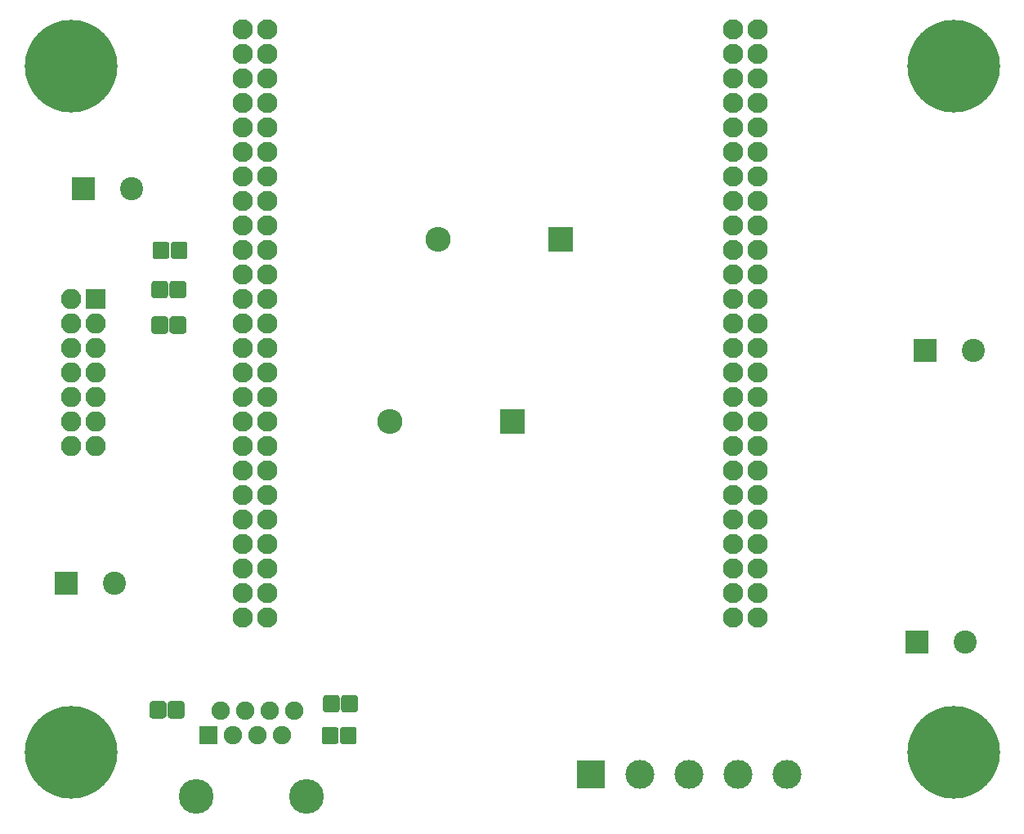
<source format=gbs>
G04 #@! TF.GenerationSoftware,KiCad,Pcbnew,5.0.0-fee4fd1~65~ubuntu17.10.1*
G04 #@! TF.CreationDate,2019-04-27T11:03:51-05:00*
G04 #@! TF.ProjectId,control_v1,636F6E74726F6C5F76312E6B69636164,1*
G04 #@! TF.SameCoordinates,Original*
G04 #@! TF.FileFunction,Soldermask,Bot*
G04 #@! TF.FilePolarity,Negative*
%FSLAX46Y46*%
G04 Gerber Fmt 4.6, Leading zero omitted, Abs format (unit mm)*
G04 Created by KiCad (PCBNEW 5.0.0-fee4fd1~65~ubuntu17.10.1) date Sat Apr 27 11:03:51 2019*
%MOMM*%
%LPD*%
G01*
G04 APERTURE LIST*
%ADD10C,0.100000*%
%ADD11C,1.725000*%
%ADD12C,2.400000*%
%ADD13R,2.400000X2.400000*%
%ADD14C,2.100000*%
%ADD15O,2.600000X2.600000*%
%ADD16R,2.600000X2.600000*%
%ADD17O,2.100000X2.100000*%
%ADD18R,2.100000X2.100000*%
%ADD19C,3.000000*%
%ADD20R,3.000000X3.000000*%
%ADD21C,1.900000*%
%ADD22R,1.900000X1.900000*%
%ADD23C,3.600000*%
%ADD24C,9.600000*%
G04 APERTURE END LIST*
D10*
G04 #@! TO.C,R20*
G36*
X141744431Y-134483567D02*
X141776025Y-134488254D01*
X141807008Y-134496015D01*
X141837081Y-134506775D01*
X141865955Y-134520431D01*
X141893351Y-134536852D01*
X141919006Y-134555879D01*
X141942672Y-134577328D01*
X141964121Y-134600994D01*
X141983148Y-134626649D01*
X141999569Y-134654045D01*
X142013225Y-134682919D01*
X142023985Y-134712992D01*
X142031746Y-134743975D01*
X142036433Y-134775569D01*
X142038000Y-134807471D01*
X142038000Y-135956529D01*
X142036433Y-135988431D01*
X142031746Y-136020025D01*
X142023985Y-136051008D01*
X142013225Y-136081081D01*
X141999569Y-136109955D01*
X141983148Y-136137351D01*
X141964121Y-136163006D01*
X141942672Y-136186672D01*
X141919006Y-136208121D01*
X141893351Y-136227148D01*
X141865955Y-136243569D01*
X141837081Y-136257225D01*
X141807008Y-136267985D01*
X141776025Y-136275746D01*
X141744431Y-136280433D01*
X141712529Y-136282000D01*
X140638471Y-136282000D01*
X140606569Y-136280433D01*
X140574975Y-136275746D01*
X140543992Y-136267985D01*
X140513919Y-136257225D01*
X140485045Y-136243569D01*
X140457649Y-136227148D01*
X140431994Y-136208121D01*
X140408328Y-136186672D01*
X140386879Y-136163006D01*
X140367852Y-136137351D01*
X140351431Y-136109955D01*
X140337775Y-136081081D01*
X140327015Y-136051008D01*
X140319254Y-136020025D01*
X140314567Y-135988431D01*
X140313000Y-135956529D01*
X140313000Y-134807471D01*
X140314567Y-134775569D01*
X140319254Y-134743975D01*
X140327015Y-134712992D01*
X140337775Y-134682919D01*
X140351431Y-134654045D01*
X140367852Y-134626649D01*
X140386879Y-134600994D01*
X140408328Y-134577328D01*
X140431994Y-134555879D01*
X140457649Y-134536852D01*
X140485045Y-134520431D01*
X140513919Y-134506775D01*
X140543992Y-134496015D01*
X140574975Y-134488254D01*
X140606569Y-134483567D01*
X140638471Y-134482000D01*
X141712529Y-134482000D01*
X141744431Y-134483567D01*
X141744431Y-134483567D01*
G37*
D11*
X141175500Y-135382000D03*
D10*
G36*
X143619431Y-134483567D02*
X143651025Y-134488254D01*
X143682008Y-134496015D01*
X143712081Y-134506775D01*
X143740955Y-134520431D01*
X143768351Y-134536852D01*
X143794006Y-134555879D01*
X143817672Y-134577328D01*
X143839121Y-134600994D01*
X143858148Y-134626649D01*
X143874569Y-134654045D01*
X143888225Y-134682919D01*
X143898985Y-134712992D01*
X143906746Y-134743975D01*
X143911433Y-134775569D01*
X143913000Y-134807471D01*
X143913000Y-135956529D01*
X143911433Y-135988431D01*
X143906746Y-136020025D01*
X143898985Y-136051008D01*
X143888225Y-136081081D01*
X143874569Y-136109955D01*
X143858148Y-136137351D01*
X143839121Y-136163006D01*
X143817672Y-136186672D01*
X143794006Y-136208121D01*
X143768351Y-136227148D01*
X143740955Y-136243569D01*
X143712081Y-136257225D01*
X143682008Y-136267985D01*
X143651025Y-136275746D01*
X143619431Y-136280433D01*
X143587529Y-136282000D01*
X142513471Y-136282000D01*
X142481569Y-136280433D01*
X142449975Y-136275746D01*
X142418992Y-136267985D01*
X142388919Y-136257225D01*
X142360045Y-136243569D01*
X142332649Y-136227148D01*
X142306994Y-136208121D01*
X142283328Y-136186672D01*
X142261879Y-136163006D01*
X142242852Y-136137351D01*
X142226431Y-136109955D01*
X142212775Y-136081081D01*
X142202015Y-136051008D01*
X142194254Y-136020025D01*
X142189567Y-135988431D01*
X142188000Y-135956529D01*
X142188000Y-134807471D01*
X142189567Y-134775569D01*
X142194254Y-134743975D01*
X142202015Y-134712992D01*
X142212775Y-134682919D01*
X142226431Y-134654045D01*
X142242852Y-134626649D01*
X142261879Y-134600994D01*
X142283328Y-134577328D01*
X142306994Y-134555879D01*
X142332649Y-134536852D01*
X142360045Y-134520431D01*
X142388919Y-134506775D01*
X142418992Y-134496015D01*
X142449975Y-134488254D01*
X142481569Y-134483567D01*
X142513471Y-134482000D01*
X143587529Y-134482000D01*
X143619431Y-134483567D01*
X143619431Y-134483567D01*
G37*
D11*
X143050500Y-135382000D03*
G04 #@! TD*
D10*
G04 #@! TO.C,R21*
G36*
X141871431Y-131181567D02*
X141903025Y-131186254D01*
X141934008Y-131194015D01*
X141964081Y-131204775D01*
X141992955Y-131218431D01*
X142020351Y-131234852D01*
X142046006Y-131253879D01*
X142069672Y-131275328D01*
X142091121Y-131298994D01*
X142110148Y-131324649D01*
X142126569Y-131352045D01*
X142140225Y-131380919D01*
X142150985Y-131410992D01*
X142158746Y-131441975D01*
X142163433Y-131473569D01*
X142165000Y-131505471D01*
X142165000Y-132654529D01*
X142163433Y-132686431D01*
X142158746Y-132718025D01*
X142150985Y-132749008D01*
X142140225Y-132779081D01*
X142126569Y-132807955D01*
X142110148Y-132835351D01*
X142091121Y-132861006D01*
X142069672Y-132884672D01*
X142046006Y-132906121D01*
X142020351Y-132925148D01*
X141992955Y-132941569D01*
X141964081Y-132955225D01*
X141934008Y-132965985D01*
X141903025Y-132973746D01*
X141871431Y-132978433D01*
X141839529Y-132980000D01*
X140765471Y-132980000D01*
X140733569Y-132978433D01*
X140701975Y-132973746D01*
X140670992Y-132965985D01*
X140640919Y-132955225D01*
X140612045Y-132941569D01*
X140584649Y-132925148D01*
X140558994Y-132906121D01*
X140535328Y-132884672D01*
X140513879Y-132861006D01*
X140494852Y-132835351D01*
X140478431Y-132807955D01*
X140464775Y-132779081D01*
X140454015Y-132749008D01*
X140446254Y-132718025D01*
X140441567Y-132686431D01*
X140440000Y-132654529D01*
X140440000Y-131505471D01*
X140441567Y-131473569D01*
X140446254Y-131441975D01*
X140454015Y-131410992D01*
X140464775Y-131380919D01*
X140478431Y-131352045D01*
X140494852Y-131324649D01*
X140513879Y-131298994D01*
X140535328Y-131275328D01*
X140558994Y-131253879D01*
X140584649Y-131234852D01*
X140612045Y-131218431D01*
X140640919Y-131204775D01*
X140670992Y-131194015D01*
X140701975Y-131186254D01*
X140733569Y-131181567D01*
X140765471Y-131180000D01*
X141839529Y-131180000D01*
X141871431Y-131181567D01*
X141871431Y-131181567D01*
G37*
D11*
X141302500Y-132080000D03*
D10*
G36*
X143746431Y-131181567D02*
X143778025Y-131186254D01*
X143809008Y-131194015D01*
X143839081Y-131204775D01*
X143867955Y-131218431D01*
X143895351Y-131234852D01*
X143921006Y-131253879D01*
X143944672Y-131275328D01*
X143966121Y-131298994D01*
X143985148Y-131324649D01*
X144001569Y-131352045D01*
X144015225Y-131380919D01*
X144025985Y-131410992D01*
X144033746Y-131441975D01*
X144038433Y-131473569D01*
X144040000Y-131505471D01*
X144040000Y-132654529D01*
X144038433Y-132686431D01*
X144033746Y-132718025D01*
X144025985Y-132749008D01*
X144015225Y-132779081D01*
X144001569Y-132807955D01*
X143985148Y-132835351D01*
X143966121Y-132861006D01*
X143944672Y-132884672D01*
X143921006Y-132906121D01*
X143895351Y-132925148D01*
X143867955Y-132941569D01*
X143839081Y-132955225D01*
X143809008Y-132965985D01*
X143778025Y-132973746D01*
X143746431Y-132978433D01*
X143714529Y-132980000D01*
X142640471Y-132980000D01*
X142608569Y-132978433D01*
X142576975Y-132973746D01*
X142545992Y-132965985D01*
X142515919Y-132955225D01*
X142487045Y-132941569D01*
X142459649Y-132925148D01*
X142433994Y-132906121D01*
X142410328Y-132884672D01*
X142388879Y-132861006D01*
X142369852Y-132835351D01*
X142353431Y-132807955D01*
X142339775Y-132779081D01*
X142329015Y-132749008D01*
X142321254Y-132718025D01*
X142316567Y-132686431D01*
X142315000Y-132654529D01*
X142315000Y-131505471D01*
X142316567Y-131473569D01*
X142321254Y-131441975D01*
X142329015Y-131410992D01*
X142339775Y-131380919D01*
X142353431Y-131352045D01*
X142369852Y-131324649D01*
X142388879Y-131298994D01*
X142410328Y-131275328D01*
X142433994Y-131253879D01*
X142459649Y-131234852D01*
X142487045Y-131218431D01*
X142515919Y-131204775D01*
X142545992Y-131194015D01*
X142576975Y-131186254D01*
X142608569Y-131181567D01*
X142640471Y-131180000D01*
X143714529Y-131180000D01*
X143746431Y-131181567D01*
X143746431Y-131181567D01*
G37*
D11*
X143177500Y-132080000D03*
G04 #@! TD*
D10*
G04 #@! TO.C,R22*
G36*
X125790931Y-131816567D02*
X125822525Y-131821254D01*
X125853508Y-131829015D01*
X125883581Y-131839775D01*
X125912455Y-131853431D01*
X125939851Y-131869852D01*
X125965506Y-131888879D01*
X125989172Y-131910328D01*
X126010621Y-131933994D01*
X126029648Y-131959649D01*
X126046069Y-131987045D01*
X126059725Y-132015919D01*
X126070485Y-132045992D01*
X126078246Y-132076975D01*
X126082933Y-132108569D01*
X126084500Y-132140471D01*
X126084500Y-133289529D01*
X126082933Y-133321431D01*
X126078246Y-133353025D01*
X126070485Y-133384008D01*
X126059725Y-133414081D01*
X126046069Y-133442955D01*
X126029648Y-133470351D01*
X126010621Y-133496006D01*
X125989172Y-133519672D01*
X125965506Y-133541121D01*
X125939851Y-133560148D01*
X125912455Y-133576569D01*
X125883581Y-133590225D01*
X125853508Y-133600985D01*
X125822525Y-133608746D01*
X125790931Y-133613433D01*
X125759029Y-133615000D01*
X124684971Y-133615000D01*
X124653069Y-133613433D01*
X124621475Y-133608746D01*
X124590492Y-133600985D01*
X124560419Y-133590225D01*
X124531545Y-133576569D01*
X124504149Y-133560148D01*
X124478494Y-133541121D01*
X124454828Y-133519672D01*
X124433379Y-133496006D01*
X124414352Y-133470351D01*
X124397931Y-133442955D01*
X124384275Y-133414081D01*
X124373515Y-133384008D01*
X124365754Y-133353025D01*
X124361067Y-133321431D01*
X124359500Y-133289529D01*
X124359500Y-132140471D01*
X124361067Y-132108569D01*
X124365754Y-132076975D01*
X124373515Y-132045992D01*
X124384275Y-132015919D01*
X124397931Y-131987045D01*
X124414352Y-131959649D01*
X124433379Y-131933994D01*
X124454828Y-131910328D01*
X124478494Y-131888879D01*
X124504149Y-131869852D01*
X124531545Y-131853431D01*
X124560419Y-131839775D01*
X124590492Y-131829015D01*
X124621475Y-131821254D01*
X124653069Y-131816567D01*
X124684971Y-131815000D01*
X125759029Y-131815000D01*
X125790931Y-131816567D01*
X125790931Y-131816567D01*
G37*
D11*
X125222000Y-132715000D03*
D10*
G36*
X123915931Y-131816567D02*
X123947525Y-131821254D01*
X123978508Y-131829015D01*
X124008581Y-131839775D01*
X124037455Y-131853431D01*
X124064851Y-131869852D01*
X124090506Y-131888879D01*
X124114172Y-131910328D01*
X124135621Y-131933994D01*
X124154648Y-131959649D01*
X124171069Y-131987045D01*
X124184725Y-132015919D01*
X124195485Y-132045992D01*
X124203246Y-132076975D01*
X124207933Y-132108569D01*
X124209500Y-132140471D01*
X124209500Y-133289529D01*
X124207933Y-133321431D01*
X124203246Y-133353025D01*
X124195485Y-133384008D01*
X124184725Y-133414081D01*
X124171069Y-133442955D01*
X124154648Y-133470351D01*
X124135621Y-133496006D01*
X124114172Y-133519672D01*
X124090506Y-133541121D01*
X124064851Y-133560148D01*
X124037455Y-133576569D01*
X124008581Y-133590225D01*
X123978508Y-133600985D01*
X123947525Y-133608746D01*
X123915931Y-133613433D01*
X123884029Y-133615000D01*
X122809971Y-133615000D01*
X122778069Y-133613433D01*
X122746475Y-133608746D01*
X122715492Y-133600985D01*
X122685419Y-133590225D01*
X122656545Y-133576569D01*
X122629149Y-133560148D01*
X122603494Y-133541121D01*
X122579828Y-133519672D01*
X122558379Y-133496006D01*
X122539352Y-133470351D01*
X122522931Y-133442955D01*
X122509275Y-133414081D01*
X122498515Y-133384008D01*
X122490754Y-133353025D01*
X122486067Y-133321431D01*
X122484500Y-133289529D01*
X122484500Y-132140471D01*
X122486067Y-132108569D01*
X122490754Y-132076975D01*
X122498515Y-132045992D01*
X122509275Y-132015919D01*
X122522931Y-131987045D01*
X122539352Y-131959649D01*
X122558379Y-131933994D01*
X122579828Y-131910328D01*
X122603494Y-131888879D01*
X122629149Y-131869852D01*
X122656545Y-131853431D01*
X122685419Y-131839775D01*
X122715492Y-131829015D01*
X122746475Y-131821254D01*
X122778069Y-131816567D01*
X122809971Y-131815000D01*
X123884029Y-131815000D01*
X123915931Y-131816567D01*
X123915931Y-131816567D01*
G37*
D11*
X123347000Y-132715000D03*
G04 #@! TD*
D12*
G04 #@! TO.C,C3*
X207819000Y-95504000D03*
D13*
X202819000Y-95504000D03*
G04 #@! TD*
D14*
G04 #@! TO.C,M1*
X185420000Y-123190000D03*
X182880000Y-123190000D03*
X185420000Y-120650000D03*
X182880000Y-120650000D03*
X185420000Y-118110000D03*
X182880000Y-118110000D03*
X185420000Y-115570000D03*
X182880000Y-115570000D03*
X185420000Y-113030000D03*
X182880000Y-113030000D03*
X185420000Y-110490000D03*
X182880000Y-110490000D03*
X185420000Y-107950000D03*
X182880000Y-107950000D03*
X185420000Y-105410000D03*
X182880000Y-105410000D03*
X185420000Y-102870000D03*
X182880000Y-102870000D03*
X185420000Y-100330000D03*
X182880000Y-100330000D03*
X185420000Y-97790000D03*
X182880000Y-97790000D03*
X185420000Y-95250000D03*
X182880000Y-95250000D03*
X185420000Y-92710000D03*
X182880000Y-92710000D03*
X185420000Y-90170000D03*
X182880000Y-90170000D03*
X185420000Y-87630000D03*
X182880000Y-87630000D03*
X185420000Y-85090000D03*
X182880000Y-85090000D03*
X185420000Y-82550000D03*
X182880000Y-82550000D03*
X185420000Y-80010000D03*
X182880000Y-80010000D03*
X185420000Y-77470000D03*
X182880000Y-77470000D03*
X185420000Y-74930000D03*
X182880000Y-74930000D03*
X185420000Y-72390000D03*
X182880000Y-72390000D03*
X185420000Y-69850000D03*
X182880000Y-69850000D03*
X185420000Y-67310000D03*
X182880000Y-67310000D03*
X185420000Y-64770000D03*
X182880000Y-64770000D03*
X185420000Y-62230000D03*
X182880000Y-62230000D03*
X134620000Y-123190000D03*
X132080000Y-123190000D03*
X134620000Y-120650000D03*
X132080000Y-120650000D03*
X134620000Y-118110000D03*
X132080000Y-118110000D03*
X134620000Y-115570000D03*
X132080000Y-115570000D03*
X134620000Y-113030000D03*
X132080000Y-113030000D03*
X134620000Y-110490000D03*
X132080000Y-110490000D03*
X134620000Y-107950000D03*
X132080000Y-107950000D03*
X134620000Y-105410000D03*
X132080000Y-105410000D03*
X134620000Y-102870000D03*
X132080000Y-102870000D03*
X134620000Y-100330000D03*
X132080000Y-100330000D03*
X134620000Y-97790000D03*
X132080000Y-97790000D03*
X134620000Y-95250000D03*
X132080000Y-95250000D03*
X134620000Y-92710000D03*
X132080000Y-92710000D03*
X134620000Y-90170000D03*
X132080000Y-90170000D03*
X134620000Y-87630000D03*
X132080000Y-87630000D03*
X134620000Y-85090000D03*
X132080000Y-85090000D03*
X134620000Y-82550000D03*
X132080000Y-82550000D03*
X134620000Y-80010000D03*
X132080000Y-80010000D03*
X134620000Y-77470000D03*
X132080000Y-77470000D03*
X134620000Y-74930000D03*
X132080000Y-74930000D03*
X134620000Y-72390000D03*
X132080000Y-72390000D03*
X134620000Y-69850000D03*
X132080000Y-69850000D03*
X134620000Y-67310000D03*
X132080000Y-67310000D03*
X134620000Y-64770000D03*
X132080000Y-64770000D03*
X134620000Y-62230000D03*
X132080000Y-62230000D03*
G04 #@! TD*
D15*
G04 #@! TO.C,D1*
X152323800Y-83972400D03*
D16*
X165023800Y-83972400D03*
G04 #@! TD*
D15*
G04 #@! TO.C,D2*
X147320000Y-102870000D03*
D16*
X160020000Y-102870000D03*
G04 #@! TD*
D17*
G04 #@! TO.C,J1*
X114300000Y-105410000D03*
X116840000Y-105410000D03*
X114300000Y-102870000D03*
X116840000Y-102870000D03*
X114300000Y-100330000D03*
X116840000Y-100330000D03*
X114300000Y-97790000D03*
X116840000Y-97790000D03*
X114300000Y-95250000D03*
X116840000Y-95250000D03*
X114300000Y-92710000D03*
X116840000Y-92710000D03*
X114300000Y-90170000D03*
D18*
X116840000Y-90170000D03*
G04 #@! TD*
D19*
G04 #@! TO.C,J2*
X188468000Y-139446000D03*
X183388000Y-139446000D03*
X178308000Y-139446000D03*
X173228000Y-139446000D03*
D20*
X168148000Y-139446000D03*
G04 #@! TD*
D21*
G04 #@! TO.C,J4*
X137414000Y-132842000D03*
X136144000Y-135382000D03*
X134874000Y-132842000D03*
X133604000Y-135382000D03*
X132334000Y-132842000D03*
X131064000Y-135382000D03*
X129794000Y-132842000D03*
D22*
X128524000Y-135382000D03*
D23*
X127254000Y-141732000D03*
X138684000Y-141732000D03*
G04 #@! TD*
D10*
G04 #@! TO.C,R5*
G36*
X126093431Y-84191567D02*
X126125025Y-84196254D01*
X126156008Y-84204015D01*
X126186081Y-84214775D01*
X126214955Y-84228431D01*
X126242351Y-84244852D01*
X126268006Y-84263879D01*
X126291672Y-84285328D01*
X126313121Y-84308994D01*
X126332148Y-84334649D01*
X126348569Y-84362045D01*
X126362225Y-84390919D01*
X126372985Y-84420992D01*
X126380746Y-84451975D01*
X126385433Y-84483569D01*
X126387000Y-84515471D01*
X126387000Y-85664529D01*
X126385433Y-85696431D01*
X126380746Y-85728025D01*
X126372985Y-85759008D01*
X126362225Y-85789081D01*
X126348569Y-85817955D01*
X126332148Y-85845351D01*
X126313121Y-85871006D01*
X126291672Y-85894672D01*
X126268006Y-85916121D01*
X126242351Y-85935148D01*
X126214955Y-85951569D01*
X126186081Y-85965225D01*
X126156008Y-85975985D01*
X126125025Y-85983746D01*
X126093431Y-85988433D01*
X126061529Y-85990000D01*
X124987471Y-85990000D01*
X124955569Y-85988433D01*
X124923975Y-85983746D01*
X124892992Y-85975985D01*
X124862919Y-85965225D01*
X124834045Y-85951569D01*
X124806649Y-85935148D01*
X124780994Y-85916121D01*
X124757328Y-85894672D01*
X124735879Y-85871006D01*
X124716852Y-85845351D01*
X124700431Y-85817955D01*
X124686775Y-85789081D01*
X124676015Y-85759008D01*
X124668254Y-85728025D01*
X124663567Y-85696431D01*
X124662000Y-85664529D01*
X124662000Y-84515471D01*
X124663567Y-84483569D01*
X124668254Y-84451975D01*
X124676015Y-84420992D01*
X124686775Y-84390919D01*
X124700431Y-84362045D01*
X124716852Y-84334649D01*
X124735879Y-84308994D01*
X124757328Y-84285328D01*
X124780994Y-84263879D01*
X124806649Y-84244852D01*
X124834045Y-84228431D01*
X124862919Y-84214775D01*
X124892992Y-84204015D01*
X124923975Y-84196254D01*
X124955569Y-84191567D01*
X124987471Y-84190000D01*
X126061529Y-84190000D01*
X126093431Y-84191567D01*
X126093431Y-84191567D01*
G37*
D11*
X125524500Y-85090000D03*
D10*
G36*
X124218431Y-84191567D02*
X124250025Y-84196254D01*
X124281008Y-84204015D01*
X124311081Y-84214775D01*
X124339955Y-84228431D01*
X124367351Y-84244852D01*
X124393006Y-84263879D01*
X124416672Y-84285328D01*
X124438121Y-84308994D01*
X124457148Y-84334649D01*
X124473569Y-84362045D01*
X124487225Y-84390919D01*
X124497985Y-84420992D01*
X124505746Y-84451975D01*
X124510433Y-84483569D01*
X124512000Y-84515471D01*
X124512000Y-85664529D01*
X124510433Y-85696431D01*
X124505746Y-85728025D01*
X124497985Y-85759008D01*
X124487225Y-85789081D01*
X124473569Y-85817955D01*
X124457148Y-85845351D01*
X124438121Y-85871006D01*
X124416672Y-85894672D01*
X124393006Y-85916121D01*
X124367351Y-85935148D01*
X124339955Y-85951569D01*
X124311081Y-85965225D01*
X124281008Y-85975985D01*
X124250025Y-85983746D01*
X124218431Y-85988433D01*
X124186529Y-85990000D01*
X123112471Y-85990000D01*
X123080569Y-85988433D01*
X123048975Y-85983746D01*
X123017992Y-85975985D01*
X122987919Y-85965225D01*
X122959045Y-85951569D01*
X122931649Y-85935148D01*
X122905994Y-85916121D01*
X122882328Y-85894672D01*
X122860879Y-85871006D01*
X122841852Y-85845351D01*
X122825431Y-85817955D01*
X122811775Y-85789081D01*
X122801015Y-85759008D01*
X122793254Y-85728025D01*
X122788567Y-85696431D01*
X122787000Y-85664529D01*
X122787000Y-84515471D01*
X122788567Y-84483569D01*
X122793254Y-84451975D01*
X122801015Y-84420992D01*
X122811775Y-84390919D01*
X122825431Y-84362045D01*
X122841852Y-84334649D01*
X122860879Y-84308994D01*
X122882328Y-84285328D01*
X122905994Y-84263879D01*
X122931649Y-84244852D01*
X122959045Y-84228431D01*
X122987919Y-84214775D01*
X123017992Y-84204015D01*
X123048975Y-84196254D01*
X123080569Y-84191567D01*
X123112471Y-84190000D01*
X124186529Y-84190000D01*
X124218431Y-84191567D01*
X124218431Y-84191567D01*
G37*
D11*
X123649500Y-85090000D03*
G04 #@! TD*
D10*
G04 #@! TO.C,R6*
G36*
X125966431Y-91938567D02*
X125998025Y-91943254D01*
X126029008Y-91951015D01*
X126059081Y-91961775D01*
X126087955Y-91975431D01*
X126115351Y-91991852D01*
X126141006Y-92010879D01*
X126164672Y-92032328D01*
X126186121Y-92055994D01*
X126205148Y-92081649D01*
X126221569Y-92109045D01*
X126235225Y-92137919D01*
X126245985Y-92167992D01*
X126253746Y-92198975D01*
X126258433Y-92230569D01*
X126260000Y-92262471D01*
X126260000Y-93411529D01*
X126258433Y-93443431D01*
X126253746Y-93475025D01*
X126245985Y-93506008D01*
X126235225Y-93536081D01*
X126221569Y-93564955D01*
X126205148Y-93592351D01*
X126186121Y-93618006D01*
X126164672Y-93641672D01*
X126141006Y-93663121D01*
X126115351Y-93682148D01*
X126087955Y-93698569D01*
X126059081Y-93712225D01*
X126029008Y-93722985D01*
X125998025Y-93730746D01*
X125966431Y-93735433D01*
X125934529Y-93737000D01*
X124860471Y-93737000D01*
X124828569Y-93735433D01*
X124796975Y-93730746D01*
X124765992Y-93722985D01*
X124735919Y-93712225D01*
X124707045Y-93698569D01*
X124679649Y-93682148D01*
X124653994Y-93663121D01*
X124630328Y-93641672D01*
X124608879Y-93618006D01*
X124589852Y-93592351D01*
X124573431Y-93564955D01*
X124559775Y-93536081D01*
X124549015Y-93506008D01*
X124541254Y-93475025D01*
X124536567Y-93443431D01*
X124535000Y-93411529D01*
X124535000Y-92262471D01*
X124536567Y-92230569D01*
X124541254Y-92198975D01*
X124549015Y-92167992D01*
X124559775Y-92137919D01*
X124573431Y-92109045D01*
X124589852Y-92081649D01*
X124608879Y-92055994D01*
X124630328Y-92032328D01*
X124653994Y-92010879D01*
X124679649Y-91991852D01*
X124707045Y-91975431D01*
X124735919Y-91961775D01*
X124765992Y-91951015D01*
X124796975Y-91943254D01*
X124828569Y-91938567D01*
X124860471Y-91937000D01*
X125934529Y-91937000D01*
X125966431Y-91938567D01*
X125966431Y-91938567D01*
G37*
D11*
X125397500Y-92837000D03*
D10*
G36*
X124091431Y-91938567D02*
X124123025Y-91943254D01*
X124154008Y-91951015D01*
X124184081Y-91961775D01*
X124212955Y-91975431D01*
X124240351Y-91991852D01*
X124266006Y-92010879D01*
X124289672Y-92032328D01*
X124311121Y-92055994D01*
X124330148Y-92081649D01*
X124346569Y-92109045D01*
X124360225Y-92137919D01*
X124370985Y-92167992D01*
X124378746Y-92198975D01*
X124383433Y-92230569D01*
X124385000Y-92262471D01*
X124385000Y-93411529D01*
X124383433Y-93443431D01*
X124378746Y-93475025D01*
X124370985Y-93506008D01*
X124360225Y-93536081D01*
X124346569Y-93564955D01*
X124330148Y-93592351D01*
X124311121Y-93618006D01*
X124289672Y-93641672D01*
X124266006Y-93663121D01*
X124240351Y-93682148D01*
X124212955Y-93698569D01*
X124184081Y-93712225D01*
X124154008Y-93722985D01*
X124123025Y-93730746D01*
X124091431Y-93735433D01*
X124059529Y-93737000D01*
X122985471Y-93737000D01*
X122953569Y-93735433D01*
X122921975Y-93730746D01*
X122890992Y-93722985D01*
X122860919Y-93712225D01*
X122832045Y-93698569D01*
X122804649Y-93682148D01*
X122778994Y-93663121D01*
X122755328Y-93641672D01*
X122733879Y-93618006D01*
X122714852Y-93592351D01*
X122698431Y-93564955D01*
X122684775Y-93536081D01*
X122674015Y-93506008D01*
X122666254Y-93475025D01*
X122661567Y-93443431D01*
X122660000Y-93411529D01*
X122660000Y-92262471D01*
X122661567Y-92230569D01*
X122666254Y-92198975D01*
X122674015Y-92167992D01*
X122684775Y-92137919D01*
X122698431Y-92109045D01*
X122714852Y-92081649D01*
X122733879Y-92055994D01*
X122755328Y-92032328D01*
X122778994Y-92010879D01*
X122804649Y-91991852D01*
X122832045Y-91975431D01*
X122860919Y-91961775D01*
X122890992Y-91951015D01*
X122921975Y-91943254D01*
X122953569Y-91938567D01*
X122985471Y-91937000D01*
X124059529Y-91937000D01*
X124091431Y-91938567D01*
X124091431Y-91938567D01*
G37*
D11*
X123522500Y-92837000D03*
G04 #@! TD*
D10*
G04 #@! TO.C,C10*
G36*
X125966431Y-88255567D02*
X125998025Y-88260254D01*
X126029008Y-88268015D01*
X126059081Y-88278775D01*
X126087955Y-88292431D01*
X126115351Y-88308852D01*
X126141006Y-88327879D01*
X126164672Y-88349328D01*
X126186121Y-88372994D01*
X126205148Y-88398649D01*
X126221569Y-88426045D01*
X126235225Y-88454919D01*
X126245985Y-88484992D01*
X126253746Y-88515975D01*
X126258433Y-88547569D01*
X126260000Y-88579471D01*
X126260000Y-89728529D01*
X126258433Y-89760431D01*
X126253746Y-89792025D01*
X126245985Y-89823008D01*
X126235225Y-89853081D01*
X126221569Y-89881955D01*
X126205148Y-89909351D01*
X126186121Y-89935006D01*
X126164672Y-89958672D01*
X126141006Y-89980121D01*
X126115351Y-89999148D01*
X126087955Y-90015569D01*
X126059081Y-90029225D01*
X126029008Y-90039985D01*
X125998025Y-90047746D01*
X125966431Y-90052433D01*
X125934529Y-90054000D01*
X124860471Y-90054000D01*
X124828569Y-90052433D01*
X124796975Y-90047746D01*
X124765992Y-90039985D01*
X124735919Y-90029225D01*
X124707045Y-90015569D01*
X124679649Y-89999148D01*
X124653994Y-89980121D01*
X124630328Y-89958672D01*
X124608879Y-89935006D01*
X124589852Y-89909351D01*
X124573431Y-89881955D01*
X124559775Y-89853081D01*
X124549015Y-89823008D01*
X124541254Y-89792025D01*
X124536567Y-89760431D01*
X124535000Y-89728529D01*
X124535000Y-88579471D01*
X124536567Y-88547569D01*
X124541254Y-88515975D01*
X124549015Y-88484992D01*
X124559775Y-88454919D01*
X124573431Y-88426045D01*
X124589852Y-88398649D01*
X124608879Y-88372994D01*
X124630328Y-88349328D01*
X124653994Y-88327879D01*
X124679649Y-88308852D01*
X124707045Y-88292431D01*
X124735919Y-88278775D01*
X124765992Y-88268015D01*
X124796975Y-88260254D01*
X124828569Y-88255567D01*
X124860471Y-88254000D01*
X125934529Y-88254000D01*
X125966431Y-88255567D01*
X125966431Y-88255567D01*
G37*
D11*
X125397500Y-89154000D03*
D10*
G36*
X124091431Y-88255567D02*
X124123025Y-88260254D01*
X124154008Y-88268015D01*
X124184081Y-88278775D01*
X124212955Y-88292431D01*
X124240351Y-88308852D01*
X124266006Y-88327879D01*
X124289672Y-88349328D01*
X124311121Y-88372994D01*
X124330148Y-88398649D01*
X124346569Y-88426045D01*
X124360225Y-88454919D01*
X124370985Y-88484992D01*
X124378746Y-88515975D01*
X124383433Y-88547569D01*
X124385000Y-88579471D01*
X124385000Y-89728529D01*
X124383433Y-89760431D01*
X124378746Y-89792025D01*
X124370985Y-89823008D01*
X124360225Y-89853081D01*
X124346569Y-89881955D01*
X124330148Y-89909351D01*
X124311121Y-89935006D01*
X124289672Y-89958672D01*
X124266006Y-89980121D01*
X124240351Y-89999148D01*
X124212955Y-90015569D01*
X124184081Y-90029225D01*
X124154008Y-90039985D01*
X124123025Y-90047746D01*
X124091431Y-90052433D01*
X124059529Y-90054000D01*
X122985471Y-90054000D01*
X122953569Y-90052433D01*
X122921975Y-90047746D01*
X122890992Y-90039985D01*
X122860919Y-90029225D01*
X122832045Y-90015569D01*
X122804649Y-89999148D01*
X122778994Y-89980121D01*
X122755328Y-89958672D01*
X122733879Y-89935006D01*
X122714852Y-89909351D01*
X122698431Y-89881955D01*
X122684775Y-89853081D01*
X122674015Y-89823008D01*
X122666254Y-89792025D01*
X122661567Y-89760431D01*
X122660000Y-89728529D01*
X122660000Y-88579471D01*
X122661567Y-88547569D01*
X122666254Y-88515975D01*
X122674015Y-88484992D01*
X122684775Y-88454919D01*
X122698431Y-88426045D01*
X122714852Y-88398649D01*
X122733879Y-88372994D01*
X122755328Y-88349328D01*
X122778994Y-88327879D01*
X122804649Y-88308852D01*
X122832045Y-88292431D01*
X122860919Y-88278775D01*
X122890992Y-88268015D01*
X122921975Y-88260254D01*
X122953569Y-88255567D01*
X122985471Y-88254000D01*
X124059529Y-88254000D01*
X124091431Y-88255567D01*
X124091431Y-88255567D01*
G37*
D11*
X123522500Y-89154000D03*
G04 #@! TD*
D24*
G04 #@! TO.C,MK1*
X114300000Y-66040000D03*
G04 #@! TD*
G04 #@! TO.C,MK2*
X205740000Y-66040000D03*
G04 #@! TD*
G04 #@! TO.C,MK3*
X205740000Y-137160000D03*
G04 #@! TD*
G04 #@! TO.C,MK4*
X114300000Y-137160000D03*
G04 #@! TD*
D12*
G04 #@! TO.C,C1*
X120570000Y-78740000D03*
D13*
X115570000Y-78740000D03*
G04 #@! TD*
D12*
G04 #@! TO.C,C2*
X118792000Y-119634000D03*
D13*
X113792000Y-119634000D03*
G04 #@! TD*
D12*
G04 #@! TO.C,C4*
X206930000Y-125730000D03*
D13*
X201930000Y-125730000D03*
G04 #@! TD*
M02*

</source>
